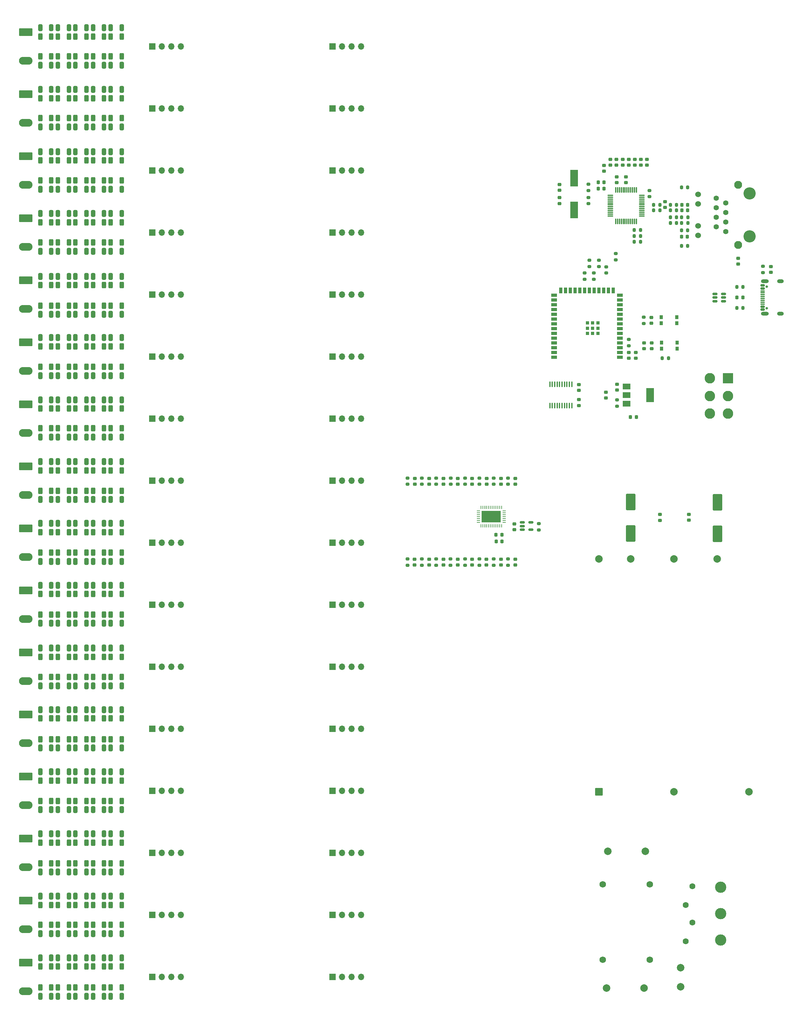
<source format=gbr>
%TF.GenerationSoftware,KiCad,Pcbnew,8.0.8*%
%TF.CreationDate,2025-02-12T13:58:17+01:00*%
%TF.ProjectId,diffprobe-espnow,64696666-7072-46f6-9265-2d6573706e6f,rev?*%
%TF.SameCoordinates,Original*%
%TF.FileFunction,Soldermask,Top*%
%TF.FilePolarity,Negative*%
%FSLAX46Y46*%
G04 Gerber Fmt 4.6, Leading zero omitted, Abs format (unit mm)*
G04 Created by KiCad (PCBNEW 8.0.8) date 2025-02-12 13:58:17*
%MOMM*%
%LPD*%
G01*
G04 APERTURE LIST*
G04 Aperture macros list*
%AMRoundRect*
0 Rectangle with rounded corners*
0 $1 Rounding radius*
0 $2 $3 $4 $5 $6 $7 $8 $9 X,Y pos of 4 corners*
0 Add a 4 corners polygon primitive as box body*
4,1,4,$2,$3,$4,$5,$6,$7,$8,$9,$2,$3,0*
0 Add four circle primitives for the rounded corners*
1,1,$1+$1,$2,$3*
1,1,$1+$1,$4,$5*
1,1,$1+$1,$6,$7*
1,1,$1+$1,$8,$9*
0 Add four rect primitives between the rounded corners*
20,1,$1+$1,$2,$3,$4,$5,0*
20,1,$1+$1,$4,$5,$6,$7,0*
20,1,$1+$1,$6,$7,$8,$9,0*
20,1,$1+$1,$8,$9,$2,$3,0*%
G04 Aperture macros list end*
%ADD10RoundRect,0.250000X-0.325000X-0.650000X0.325000X-0.650000X0.325000X0.650000X-0.325000X0.650000X0*%
%ADD11C,3.251200*%
%ADD12C,1.397000*%
%ADD13C,1.524000*%
%ADD14C,2.108200*%
%ADD15RoundRect,0.250000X-0.312500X-0.625000X0.312500X-0.625000X0.312500X0.625000X-0.312500X0.625000X0*%
%ADD16RoundRect,0.225000X-0.225000X-0.250000X0.225000X-0.250000X0.225000X0.250000X-0.225000X0.250000X0*%
%ADD17RoundRect,0.200000X-0.200000X-0.275000X0.200000X-0.275000X0.200000X0.275000X-0.200000X0.275000X0*%
%ADD18R,1.700000X1.700000*%
%ADD19O,1.700000X1.700000*%
%ADD20RoundRect,0.250001X-1.549999X0.799999X-1.549999X-0.799999X1.549999X-0.799999X1.549999X0.799999X0*%
%ADD21O,3.600000X2.100000*%
%ADD22RoundRect,0.225000X-0.250000X0.225000X-0.250000X-0.225000X0.250000X-0.225000X0.250000X0.225000X0*%
%ADD23RoundRect,0.218750X-0.218750X-0.256250X0.218750X-0.256250X0.218750X0.256250X-0.218750X0.256250X0*%
%ADD24RoundRect,0.200000X-0.275000X0.200000X-0.275000X-0.200000X0.275000X-0.200000X0.275000X0.200000X0*%
%ADD25RoundRect,0.200000X0.275000X-0.200000X0.275000X0.200000X-0.275000X0.200000X-0.275000X-0.200000X0*%
%ADD26RoundRect,0.225000X0.250000X-0.225000X0.250000X0.225000X-0.250000X0.225000X-0.250000X-0.225000X0*%
%ADD27RoundRect,0.200000X0.200000X0.275000X-0.200000X0.275000X-0.200000X-0.275000X0.200000X-0.275000X0*%
%ADD28RoundRect,0.075000X0.662500X0.075000X-0.662500X0.075000X-0.662500X-0.075000X0.662500X-0.075000X0*%
%ADD29RoundRect,0.075000X0.075000X0.662500X-0.075000X0.662500X-0.075000X-0.662500X0.075000X-0.662500X0*%
%ADD30C,0.650000*%
%ADD31RoundRect,0.150000X0.425000X-0.150000X0.425000X0.150000X-0.425000X0.150000X-0.425000X-0.150000X0*%
%ADD32RoundRect,0.075000X0.500000X-0.075000X0.500000X0.075000X-0.500000X0.075000X-0.500000X-0.075000X0*%
%ADD33O,2.100000X1.000000*%
%ADD34O,1.800000X1.000000*%
%ADD35R,2.800000X2.800000*%
%ADD36C,2.800000*%
%ADD37C,2.000000*%
%ADD38R,0.900000X1.000000*%
%ADD39R,1.500000X0.900000*%
%ADD40R,0.900000X1.500000*%
%ADD41R,0.900000X0.900000*%
%ADD42RoundRect,0.218750X-0.256250X0.218750X-0.256250X-0.218750X0.256250X-0.218750X0.256250X0.218750X0*%
%ADD43C,3.000000*%
%ADD44RoundRect,0.250000X1.000000X-1.950000X1.000000X1.950000X-1.000000X1.950000X-1.000000X-1.950000X0*%
%ADD45C,1.750000*%
%ADD46C,1.600000*%
%ADD47RoundRect,0.250000X-1.000000X1.950000X-1.000000X-1.950000X1.000000X-1.950000X1.000000X1.950000X0*%
%ADD48R,2.000000X4.500000*%
%ADD49RoundRect,0.100000X-0.100000X0.637500X-0.100000X-0.637500X0.100000X-0.637500X0.100000X0.637500X0*%
%ADD50RoundRect,0.102000X0.900000X-0.900000X0.900000X0.900000X-0.900000X0.900000X-0.900000X-0.900000X0*%
%ADD51C,2.004000*%
%ADD52RoundRect,0.150000X-0.512500X-0.150000X0.512500X-0.150000X0.512500X0.150000X-0.512500X0.150000X0*%
%ADD53RoundRect,0.062500X-0.062500X0.375000X-0.062500X-0.375000X0.062500X-0.375000X0.062500X0.375000X0*%
%ADD54RoundRect,0.062500X-0.375000X0.062500X-0.375000X-0.062500X0.375000X-0.062500X0.375000X0.062500X0*%
%ADD55R,5.150000X3.150000*%
%ADD56RoundRect,0.218750X0.256250X-0.218750X0.256250X0.218750X-0.256250X0.218750X-0.256250X-0.218750X0*%
%ADD57R,2.000000X1.500000*%
%ADD58R,2.000000X3.800000*%
G04 APERTURE END LIST*
D10*
%TO.C,C588*%
X98250000Y-213600000D03*
X101200000Y-213600000D03*
%TD*%
D11*
%TO.C,J12*%
X277837200Y-127095450D03*
X277837200Y-115665450D03*
D12*
X268947200Y-116935450D03*
X271487200Y-118205450D03*
X268947200Y-119475450D03*
X271487200Y-120745450D03*
X268947200Y-122015450D03*
X271487200Y-123285450D03*
X268947200Y-124555450D03*
X271487200Y-125825450D03*
D13*
X264121200Y-115919450D03*
X264121200Y-118459450D03*
X264121200Y-124301450D03*
X264121200Y-126841450D03*
D14*
X274789200Y-129381450D03*
X274789200Y-113379450D03*
%TD*%
D10*
%TO.C,C546*%
X88897500Y-147850000D03*
X91847500Y-147850000D03*
%TD*%
D15*
%TO.C,R516*%
X88910000Y-95600000D03*
X91835000Y-95600000D03*
%TD*%
%TO.C,R657*%
X93600000Y-327000000D03*
X96525000Y-327000000D03*
%TD*%
D16*
%TO.C,C106*%
X210295000Y-206540000D03*
X211845000Y-206540000D03*
%TD*%
D10*
%TO.C,C613*%
X98250000Y-253100000D03*
X101200000Y-253100000D03*
%TD*%
D15*
%TO.C,R605*%
X107662500Y-239000000D03*
X110587500Y-239000000D03*
%TD*%
D10*
%TO.C,C640*%
X107650000Y-296300000D03*
X110600000Y-296300000D03*
%TD*%
D15*
%TO.C,R602*%
X93600000Y-239000000D03*
X96525000Y-239000000D03*
%TD*%
D17*
%TO.C,R119*%
X259708000Y-123555500D03*
X261358000Y-123555500D03*
%TD*%
D15*
%TO.C,R587*%
X93600000Y-211250000D03*
X96525000Y-211250000D03*
%TD*%
D18*
%TO.C,J124*%
X166700000Y-258140000D03*
D19*
X169240000Y-258140000D03*
X171780000Y-258140000D03*
X174320000Y-258140000D03*
%TD*%
D10*
%TO.C,C526*%
X88897500Y-114550000D03*
X91847500Y-114550000D03*
%TD*%
D15*
%TO.C,R617*%
X93600000Y-260950000D03*
X96525000Y-260950000D03*
%TD*%
D10*
%TO.C,C521*%
X88897500Y-104550000D03*
X91847500Y-104550000D03*
%TD*%
%TO.C,C615*%
X107650000Y-253100000D03*
X110600000Y-253100000D03*
%TD*%
%TO.C,C635*%
X107650000Y-286150000D03*
X110600000Y-286150000D03*
%TD*%
D15*
%TO.C,R639*%
X102962500Y-293950000D03*
X105887500Y-293950000D03*
%TD*%
%TO.C,R576*%
X88910000Y-194800000D03*
X91835000Y-194800000D03*
%TD*%
%TO.C,R549*%
X102962500Y-145530000D03*
X105887500Y-145530000D03*
%TD*%
D20*
%TO.C,J509*%
X85067500Y-204800000D03*
D21*
X85067500Y-212420000D03*
%TD*%
D10*
%TO.C,C591*%
X88897500Y-219950000D03*
X91847500Y-219950000D03*
%TD*%
D15*
%TO.C,R552*%
X93600000Y-156400000D03*
X96525000Y-156400000D03*
%TD*%
D16*
%TO.C,C105*%
X210300000Y-208300000D03*
X211850000Y-208300000D03*
%TD*%
D10*
%TO.C,C554*%
X102950000Y-154050000D03*
X105900000Y-154050000D03*
%TD*%
D22*
%TO.C,C108*%
X251677999Y-148676000D03*
X251677999Y-150226000D03*
%TD*%
D18*
%TO.C,J116*%
X166700000Y-192100000D03*
D19*
X169240000Y-192100000D03*
X171780000Y-192100000D03*
X174320000Y-192100000D03*
%TD*%
D15*
%TO.C,R659*%
X102962500Y-327000000D03*
X105887500Y-327000000D03*
%TD*%
%TO.C,R633*%
X98262500Y-288500000D03*
X101187500Y-288500000D03*
%TD*%
D10*
%TO.C,C614*%
X102950000Y-253100000D03*
X105900000Y-253100000D03*
%TD*%
%TO.C,C600*%
X107650000Y-230100000D03*
X110600000Y-230100000D03*
%TD*%
%TO.C,C555*%
X107650000Y-154050000D03*
X110600000Y-154050000D03*
%TD*%
D22*
%TO.C,C120*%
X243996671Y-106601000D03*
X243996671Y-108151000D03*
%TD*%
D10*
%TO.C,C622*%
X93587500Y-269600000D03*
X96537500Y-269600000D03*
%TD*%
D15*
%TO.C,R531*%
X88910000Y-123400000D03*
X91835000Y-123400000D03*
%TD*%
D23*
%TO.C,D101*%
X274455500Y-143381000D03*
X276030500Y-143381000D03*
%TD*%
D15*
%TO.C,R590*%
X107662500Y-211250000D03*
X110587500Y-211250000D03*
%TD*%
D22*
%TO.C,C121*%
X242375005Y-106601000D03*
X242375005Y-108151000D03*
%TD*%
D15*
%TO.C,R637*%
X93600000Y-293950000D03*
X96525000Y-293950000D03*
%TD*%
%TO.C,R569*%
X102962500Y-178200000D03*
X105887500Y-178200000D03*
%TD*%
D20*
%TO.C,J504*%
X85067500Y-122250000D03*
D21*
X85067500Y-129870000D03*
%TD*%
D24*
%TO.C,R107*%
X234903000Y-113249000D03*
X234903000Y-114899000D03*
%TD*%
D15*
%TO.C,R595*%
X107662500Y-222300000D03*
X110587500Y-222300000D03*
%TD*%
%TO.C,R640*%
X107662500Y-293950000D03*
X110587500Y-293950000D03*
%TD*%
D10*
%TO.C,C652*%
X93587500Y-319100000D03*
X96537500Y-319100000D03*
%TD*%
%TO.C,C566*%
X88897500Y-180550000D03*
X91847500Y-180550000D03*
%TD*%
D22*
%TO.C,C114*%
X242447200Y-111261000D03*
X242447200Y-112811000D03*
%TD*%
D10*
%TO.C,C536*%
X88897500Y-131100000D03*
X91847500Y-131100000D03*
%TD*%
D15*
%TO.C,R610*%
X107662500Y-244350000D03*
X110587500Y-244350000D03*
%TD*%
%TO.C,R543*%
X98262500Y-140100000D03*
X101187500Y-140100000D03*
%TD*%
D18*
%TO.C,J132*%
X166700000Y-324180000D03*
D19*
X169240000Y-324180000D03*
X171780000Y-324180000D03*
X174320000Y-324180000D03*
%TD*%
D15*
%TO.C,R589*%
X102962500Y-211250000D03*
X105887500Y-211250000D03*
%TD*%
D25*
%TO.C,R206*%
X194376666Y-193100000D03*
X194376666Y-191450000D03*
%TD*%
D18*
%TO.C,J131*%
X118700000Y-324180000D03*
D19*
X121240000Y-324180000D03*
X123780000Y-324180000D03*
X126320000Y-324180000D03*
%TD*%
D10*
%TO.C,C535*%
X107650000Y-121050000D03*
X110600000Y-121050000D03*
%TD*%
D26*
%TO.C,C202*%
X211596663Y-193050000D03*
X211596663Y-191500000D03*
%TD*%
D15*
%TO.C,R574*%
X102962500Y-189400000D03*
X105887500Y-189400000D03*
%TD*%
D25*
%TO.C,R105*%
X249607999Y-150276000D03*
X249607999Y-148626000D03*
%TD*%
D24*
%TO.C,R213*%
X202006664Y-212975000D03*
X202006664Y-214625000D03*
%TD*%
D15*
%TO.C,R634*%
X102962500Y-288500000D03*
X105887500Y-288500000D03*
%TD*%
D10*
%TO.C,C572*%
X93587500Y-187050000D03*
X96537500Y-187050000D03*
%TD*%
D22*
%TO.C,C216*%
X215400000Y-213025000D03*
X215400000Y-214575000D03*
%TD*%
D15*
%TO.C,R528*%
X98262500Y-112200000D03*
X101187500Y-112200000D03*
%TD*%
D10*
%TO.C,C647*%
X93587500Y-312700000D03*
X96537500Y-312700000D03*
%TD*%
%TO.C,C586*%
X88897500Y-213600000D03*
X91847500Y-213600000D03*
%TD*%
%TO.C,C527*%
X93587500Y-114550000D03*
X96537500Y-114550000D03*
%TD*%
%TO.C,C653*%
X98250000Y-319100000D03*
X101200000Y-319100000D03*
%TD*%
%TO.C,C610*%
X107650000Y-246700000D03*
X110600000Y-246700000D03*
%TD*%
D15*
%TO.C,R570*%
X107662500Y-178200000D03*
X110587500Y-178200000D03*
%TD*%
D18*
%TO.C,J117*%
X118700000Y-208610000D03*
D19*
X121240000Y-208610000D03*
X123780000Y-208610000D03*
X126320000Y-208610000D03*
%TD*%
D10*
%TO.C,C564*%
X102950000Y-170600000D03*
X105900000Y-170600000D03*
%TD*%
%TO.C,C649*%
X102950000Y-312700000D03*
X105900000Y-312700000D03*
%TD*%
%TO.C,C581*%
X88897500Y-203500000D03*
X91847500Y-203500000D03*
%TD*%
%TO.C,C578*%
X98250000Y-197150000D03*
X101200000Y-197150000D03*
%TD*%
%TO.C,C568*%
X98250000Y-180550000D03*
X101200000Y-180550000D03*
%TD*%
D15*
%TO.C,R598*%
X98262500Y-227750000D03*
X101187500Y-227750000D03*
%TD*%
D10*
%TO.C,C625*%
X107650000Y-269600000D03*
X110600000Y-269600000D03*
%TD*%
D15*
%TO.C,R612*%
X93600000Y-255400000D03*
X96525000Y-255400000D03*
%TD*%
D18*
%TO.C,J112*%
X166700000Y-159080000D03*
D19*
X169240000Y-159080000D03*
X171780000Y-159080000D03*
X174320000Y-159080000D03*
%TD*%
D26*
%TO.C,C206*%
X196289999Y-193050000D03*
X196289999Y-191500000D03*
%TD*%
D10*
%TO.C,C655*%
X107650000Y-319100000D03*
X110600000Y-319100000D03*
%TD*%
%TO.C,C562*%
X93587500Y-170600000D03*
X96537500Y-170600000D03*
%TD*%
D15*
%TO.C,R556*%
X88910000Y-161800000D03*
X91835000Y-161800000D03*
%TD*%
%TO.C,R585*%
X107662500Y-205850000D03*
X110587500Y-205850000D03*
%TD*%
D22*
%TO.C,C122*%
X240753335Y-106601000D03*
X240753335Y-108151000D03*
%TD*%
D18*
%TO.C,J122*%
X166700000Y-241630000D03*
D19*
X169240000Y-241630000D03*
X171780000Y-241630000D03*
X174320000Y-241630000D03*
%TD*%
D18*
%TO.C,J105*%
X118700000Y-109550000D03*
D19*
X121240000Y-109550000D03*
X123780000Y-109550000D03*
X126320000Y-109550000D03*
%TD*%
D15*
%TO.C,R555*%
X107662500Y-156400000D03*
X110587500Y-156400000D03*
%TD*%
D25*
%TO.C,R207*%
X190550000Y-193100000D03*
X190550000Y-191450000D03*
%TD*%
D20*
%TO.C,J503*%
X85067500Y-105740000D03*
D21*
X85067500Y-113360000D03*
%TD*%
D15*
%TO.C,R540*%
X107662500Y-128750000D03*
X110587500Y-128750000D03*
%TD*%
D10*
%TO.C,C524*%
X102950000Y-104550000D03*
X105900000Y-104550000D03*
%TD*%
D15*
%TO.C,R575*%
X107662500Y-189400000D03*
X110587500Y-189400000D03*
%TD*%
D17*
%TO.C,R114*%
X256733000Y-122055500D03*
X258383000Y-122055500D03*
%TD*%
D27*
%TO.C,R123*%
X261308000Y-114036000D03*
X259658000Y-114036000D03*
%TD*%
D10*
%TO.C,C542*%
X93587500Y-137750000D03*
X96537500Y-137750000D03*
%TD*%
D15*
%TO.C,R553*%
X98262500Y-156400000D03*
X101187500Y-156400000D03*
%TD*%
%TO.C,R594*%
X102962500Y-222300000D03*
X105887500Y-222300000D03*
%TD*%
D28*
%TO.C,U103*%
X249082505Y-121681000D03*
X249082505Y-121181000D03*
X249082505Y-120681000D03*
X249082505Y-120181000D03*
X249082505Y-119681000D03*
X249082505Y-119181000D03*
X249082505Y-118681000D03*
X249082505Y-118181000D03*
X249082505Y-117681000D03*
X249082505Y-117181000D03*
X249082505Y-116681000D03*
X249082505Y-116181000D03*
D29*
X247670005Y-114768500D03*
X247170005Y-114768500D03*
X246670005Y-114768500D03*
X246170005Y-114768500D03*
X245670005Y-114768500D03*
X245170005Y-114768500D03*
X244670005Y-114768500D03*
X244170005Y-114768500D03*
X243670005Y-114768500D03*
X243170005Y-114768500D03*
X242670005Y-114768500D03*
X242170005Y-114768500D03*
D28*
X240757505Y-116181000D03*
X240757505Y-116681000D03*
X240757505Y-117181000D03*
X240757505Y-117681000D03*
X240757505Y-118181000D03*
X240757505Y-118681000D03*
X240757505Y-119181000D03*
X240757505Y-119681000D03*
X240757505Y-120181000D03*
X240757505Y-120681000D03*
X240757505Y-121181000D03*
X240757505Y-121681000D03*
D29*
X242170005Y-123093500D03*
X242670005Y-123093500D03*
X243170005Y-123093500D03*
X243670005Y-123093500D03*
X244170005Y-123093500D03*
X244670005Y-123093500D03*
X245170005Y-123093500D03*
X245670005Y-123093500D03*
X246170005Y-123093500D03*
X246670005Y-123093500D03*
X247170005Y-123093500D03*
X247670005Y-123093500D03*
%TD*%
D22*
%TO.C,C211*%
X196266665Y-213025000D03*
X196266665Y-214575000D03*
%TD*%
D10*
%TO.C,C631*%
X88897500Y-286150000D03*
X91847500Y-286150000D03*
%TD*%
D15*
%TO.C,R643*%
X98262500Y-305050000D03*
X101187500Y-305050000D03*
%TD*%
%TO.C,R523*%
X98262500Y-106900000D03*
X101187500Y-106900000D03*
%TD*%
D10*
%TO.C,C590*%
X107650000Y-213600000D03*
X110600000Y-213600000D03*
%TD*%
%TO.C,C651*%
X88897500Y-319100000D03*
X91847500Y-319100000D03*
%TD*%
D15*
%TO.C,R578*%
X98262500Y-194800000D03*
X101187500Y-194800000D03*
%TD*%
D18*
%TO.C,J129*%
X118700000Y-307670000D03*
D19*
X121240000Y-307670000D03*
X123780000Y-307670000D03*
X126320000Y-307670000D03*
%TD*%
D10*
%TO.C,C633*%
X98250000Y-286150000D03*
X101200000Y-286150000D03*
%TD*%
%TO.C,C534*%
X102950000Y-121050000D03*
X105900000Y-121050000D03*
%TD*%
D26*
%TO.C,C201*%
X215423334Y-193050000D03*
X215423334Y-191500000D03*
%TD*%
D15*
%TO.C,R519*%
X102962500Y-95600000D03*
X105887500Y-95600000D03*
%TD*%
D30*
%TO.C,J11*%
X282378000Y-146271000D03*
X282378000Y-140491000D03*
D31*
X281303000Y-146581000D03*
X281303000Y-145781000D03*
D32*
X281303000Y-144631000D03*
X281303000Y-143631000D03*
X281303000Y-143131000D03*
X281303000Y-142131000D03*
D31*
X281303000Y-140981000D03*
X281303000Y-140181000D03*
X281303000Y-140181000D03*
X281303000Y-140981000D03*
D32*
X281303000Y-141631000D03*
X281303000Y-142631000D03*
X281303000Y-144131000D03*
X281303000Y-145131000D03*
D31*
X281303000Y-145781000D03*
X281303000Y-146581000D03*
D33*
X281878000Y-147701000D03*
D34*
X286058000Y-147701000D03*
D33*
X281878000Y-139061000D03*
D34*
X286058000Y-139061000D03*
%TD*%
D35*
%TO.C,SW103*%
X272043000Y-164886000D03*
D36*
X272043000Y-169586000D03*
X272043000Y-174286000D03*
X267213000Y-164886000D03*
X267213000Y-169586000D03*
X267213000Y-174286000D03*
%TD*%
D25*
%TO.C,R220*%
X235108000Y-135111000D03*
X235108000Y-133461000D03*
%TD*%
D10*
%TO.C,C514*%
X102950000Y-87950000D03*
X105900000Y-87950000D03*
%TD*%
D37*
%TO.C,C302*%
X240083000Y-290806500D03*
X250083000Y-290806500D03*
%TD*%
D15*
%TO.C,R616*%
X88910000Y-260950000D03*
X91835000Y-260950000D03*
%TD*%
D38*
%TO.C,SW102*%
X254297999Y-148651000D03*
X258397999Y-148651000D03*
X254297999Y-150251000D03*
X258397999Y-150251000D03*
%TD*%
D15*
%TO.C,R517*%
X93600000Y-95600000D03*
X96525000Y-95600000D03*
%TD*%
D10*
%TO.C,C620*%
X107647500Y-263230000D03*
X110597500Y-263230000D03*
%TD*%
D15*
%TO.C,R615*%
X107662500Y-255400000D03*
X110587500Y-255400000D03*
%TD*%
D18*
%TO.C,J118*%
X166700000Y-208610000D03*
D19*
X169240000Y-208610000D03*
X171780000Y-208610000D03*
X174320000Y-208610000D03*
%TD*%
D15*
%TO.C,R582*%
X93600000Y-205850000D03*
X96525000Y-205850000D03*
%TD*%
D10*
%TO.C,C582*%
X93587500Y-203500000D03*
X96537500Y-203500000D03*
%TD*%
D15*
%TO.C,R521*%
X88910000Y-106900000D03*
X91835000Y-106900000D03*
%TD*%
D39*
%TO.C,U101*%
X243253000Y-159266000D03*
X243253000Y-157996000D03*
X243253000Y-156726000D03*
X243253000Y-155456000D03*
X243253000Y-154186000D03*
X243253000Y-152916000D03*
X243253000Y-151646000D03*
X243253000Y-150376000D03*
X243253000Y-149106000D03*
X243253000Y-147836000D03*
X243253000Y-146566000D03*
X243253000Y-145296000D03*
X243253000Y-144026000D03*
X243253000Y-142756000D03*
D40*
X241488000Y-141506000D03*
X240218000Y-141506000D03*
X238948000Y-141506000D03*
X237678000Y-141506000D03*
X236408000Y-141506000D03*
X235138000Y-141506000D03*
X233868000Y-141506000D03*
X232598000Y-141506000D03*
X231328000Y-141506000D03*
X230058000Y-141506000D03*
X228788000Y-141506000D03*
X227518000Y-141506000D03*
D39*
X225753000Y-142756000D03*
X225753000Y-144026000D03*
X225753000Y-145296000D03*
X225753000Y-146566000D03*
X225753000Y-147836000D03*
X225753000Y-149106000D03*
X225753000Y-150376000D03*
X225753000Y-151646000D03*
X225753000Y-152916000D03*
X225753000Y-154186000D03*
X225753000Y-155456000D03*
X225753000Y-156726000D03*
X225753000Y-157996000D03*
X225753000Y-159266000D03*
D41*
X237403000Y-152946000D03*
X237403000Y-151546000D03*
X237403000Y-150146000D03*
X236003000Y-152946000D03*
X236003000Y-151546000D03*
X236003000Y-150146000D03*
X234603000Y-152946000D03*
X234603000Y-151546000D03*
X234603000Y-150146000D03*
%TD*%
D10*
%TO.C,C587*%
X93587500Y-213600000D03*
X96537500Y-213600000D03*
%TD*%
D17*
%TO.C,R118*%
X259658000Y-125536000D03*
X261308000Y-125536000D03*
%TD*%
%TO.C,R115*%
X252283000Y-118686000D03*
X253933000Y-118686000D03*
%TD*%
D16*
%TO.C,C113*%
X237520005Y-114381000D03*
X239070005Y-114381000D03*
%TD*%
D10*
%TO.C,C660*%
X107650000Y-329350000D03*
X110600000Y-329350000D03*
%TD*%
D20*
%TO.C,J505*%
X85067500Y-138760000D03*
D21*
X85067500Y-146380000D03*
%TD*%
D15*
%TO.C,R646*%
X88910000Y-310350000D03*
X91835000Y-310350000D03*
%TD*%
D10*
%TO.C,C553*%
X98250000Y-154050000D03*
X101200000Y-154050000D03*
%TD*%
D27*
%TO.C,R122*%
X261308000Y-129636000D03*
X259658000Y-129636000D03*
%TD*%
D15*
%TO.C,R518*%
X98262500Y-95600000D03*
X101187500Y-95600000D03*
%TD*%
D10*
%TO.C,C629*%
X102950000Y-279700000D03*
X105900000Y-279700000D03*
%TD*%
%TO.C,C543*%
X98250000Y-137750000D03*
X101200000Y-137750000D03*
%TD*%
%TO.C,C531*%
X88897500Y-121050000D03*
X91847500Y-121050000D03*
%TD*%
D15*
%TO.C,R507*%
X93600000Y-79150000D03*
X96525000Y-79150000D03*
%TD*%
%TO.C,R537*%
X93600000Y-128750000D03*
X96525000Y-128750000D03*
%TD*%
%TO.C,R638*%
X98262500Y-293950000D03*
X101187500Y-293950000D03*
%TD*%
D10*
%TO.C,C646*%
X88897500Y-312700000D03*
X91847500Y-312700000D03*
%TD*%
%TO.C,C537*%
X93587500Y-131100000D03*
X96537500Y-131100000D03*
%TD*%
D15*
%TO.C,R524*%
X102962500Y-106900000D03*
X105887500Y-106900000D03*
%TD*%
D10*
%TO.C,C604*%
X102950000Y-236650000D03*
X105900000Y-236650000D03*
%TD*%
D25*
%TO.C,R219*%
X237703000Y-135111000D03*
X237703000Y-133461000D03*
%TD*%
D15*
%TO.C,R560*%
X107662500Y-161800000D03*
X110587500Y-161800000D03*
%TD*%
D22*
%TO.C,C212*%
X200093331Y-213025000D03*
X200093331Y-214575000D03*
%TD*%
D27*
%TO.C,R120*%
X258383000Y-118686000D03*
X256733000Y-118686000D03*
%TD*%
D24*
%TO.C,R106*%
X242493000Y-170638500D03*
X242493000Y-172288500D03*
%TD*%
D26*
%TO.C,C305*%
X253903000Y-202676500D03*
X253903000Y-201126500D03*
%TD*%
D25*
%TO.C,R223*%
X239623000Y-136881000D03*
X239623000Y-135231000D03*
%TD*%
D15*
%TO.C,R641*%
X88910000Y-305050000D03*
X91835000Y-305050000D03*
%TD*%
D26*
%TO.C,C111*%
X227203000Y-118349000D03*
X227203000Y-116799000D03*
%TD*%
D10*
%TO.C,C540*%
X107650000Y-131100000D03*
X110600000Y-131100000D03*
%TD*%
D15*
%TO.C,R592*%
X93600000Y-222300000D03*
X96525000Y-222300000D03*
%TD*%
D22*
%TO.C,C217*%
X232333000Y-170561000D03*
X232333000Y-172111000D03*
%TD*%
D10*
%TO.C,C577*%
X93587500Y-197150000D03*
X96537500Y-197150000D03*
%TD*%
D22*
%TO.C,C116*%
X250483335Y-106601000D03*
X250483335Y-108151000D03*
%TD*%
D10*
%TO.C,C549*%
X102950000Y-147850000D03*
X105900000Y-147850000D03*
%TD*%
D22*
%TO.C,C214*%
X207746663Y-213025000D03*
X207746663Y-214575000D03*
%TD*%
D10*
%TO.C,C538*%
X98250000Y-131100000D03*
X101200000Y-131100000D03*
%TD*%
%TO.C,C529*%
X102950000Y-114550000D03*
X105900000Y-114550000D03*
%TD*%
%TO.C,C551*%
X88897500Y-154050000D03*
X91847500Y-154050000D03*
%TD*%
D15*
%TO.C,R654*%
X102962500Y-321450000D03*
X105887500Y-321450000D03*
%TD*%
%TO.C,R631*%
X88910000Y-288500000D03*
X91835000Y-288500000D03*
%TD*%
D24*
%TO.C,R108*%
X234903000Y-116749000D03*
X234903000Y-118399000D03*
%TD*%
D10*
%TO.C,C592*%
X93587500Y-219950000D03*
X96537500Y-219950000D03*
%TD*%
D22*
%TO.C,C213*%
X203919997Y-213025000D03*
X203919997Y-214575000D03*
%TD*%
D15*
%TO.C,R504*%
X102962500Y-73920000D03*
X105887500Y-73920000D03*
%TD*%
%TO.C,R565*%
X107662500Y-172950000D03*
X110587500Y-172950000D03*
%TD*%
D20*
%TO.C,J510*%
X85067500Y-221310000D03*
D21*
X85067500Y-228930000D03*
%TD*%
D10*
%TO.C,C638*%
X98250000Y-296300000D03*
X101200000Y-296300000D03*
%TD*%
D15*
%TO.C,R514*%
X102962500Y-90350000D03*
X105887500Y-90350000D03*
%TD*%
%TO.C,R550*%
X107662500Y-145530000D03*
X110587500Y-145530000D03*
%TD*%
D10*
%TO.C,C560*%
X107650000Y-164150000D03*
X110600000Y-164150000D03*
%TD*%
%TO.C,C627*%
X93587500Y-279700000D03*
X96537500Y-279700000D03*
%TD*%
D22*
%TO.C,C104*%
X245647999Y-157996000D03*
X245647999Y-159546000D03*
%TD*%
D15*
%TO.C,R601*%
X88910000Y-239000000D03*
X91835000Y-239000000D03*
%TD*%
D27*
%TO.C,R104*%
X276048000Y-146186000D03*
X274398000Y-146186000D03*
%TD*%
D22*
%TO.C,C210*%
X192439999Y-213025000D03*
X192439999Y-214575000D03*
%TD*%
%TO.C,C209*%
X188613333Y-213025000D03*
X188613333Y-214575000D03*
%TD*%
D26*
%TO.C,C110*%
X227203000Y-114849000D03*
X227203000Y-113299000D03*
%TD*%
D10*
%TO.C,C576*%
X88897500Y-197150000D03*
X91847500Y-197150000D03*
%TD*%
%TO.C,C502*%
X93587500Y-71550000D03*
X96537500Y-71550000D03*
%TD*%
%TO.C,C563*%
X98250000Y-170600000D03*
X101200000Y-170600000D03*
%TD*%
D18*
%TO.C,J108*%
X166700000Y-126060000D03*
D19*
X169240000Y-126060000D03*
X171780000Y-126060000D03*
X174320000Y-126060000D03*
%TD*%
D15*
%TO.C,R649*%
X102962500Y-310350000D03*
X105887500Y-310350000D03*
%TD*%
D10*
%TO.C,C593*%
X98250000Y-219950000D03*
X101200000Y-219950000D03*
%TD*%
%TO.C,C552*%
X93587500Y-154050000D03*
X96537500Y-154050000D03*
%TD*%
%TO.C,C511*%
X88897500Y-87950000D03*
X91847500Y-87950000D03*
%TD*%
D25*
%TO.C,R210*%
X190526666Y-214625000D03*
X190526666Y-212975000D03*
%TD*%
D10*
%TO.C,C626*%
X88897500Y-279700000D03*
X91847500Y-279700000D03*
%TD*%
%TO.C,C523*%
X98250000Y-104550000D03*
X101200000Y-104550000D03*
%TD*%
D22*
%TO.C,C117*%
X248861669Y-106601000D03*
X248861669Y-108151000D03*
%TD*%
D10*
%TO.C,C619*%
X102947500Y-263230000D03*
X105897500Y-263230000D03*
%TD*%
D15*
%TO.C,R522*%
X93600000Y-106900000D03*
X96525000Y-106900000D03*
%TD*%
D16*
%TO.C,C123*%
X259708000Y-127220750D03*
X261258000Y-127220750D03*
%TD*%
D15*
%TO.C,R545*%
X107662500Y-140100000D03*
X110587500Y-140100000D03*
%TD*%
%TO.C,R581*%
X88910000Y-205850000D03*
X91835000Y-205850000D03*
%TD*%
%TO.C,R619*%
X102962500Y-260950000D03*
X105887500Y-260950000D03*
%TD*%
%TO.C,R632*%
X93600000Y-288500000D03*
X96525000Y-288500000D03*
%TD*%
D10*
%TO.C,C632*%
X93587500Y-286150000D03*
X96537500Y-286150000D03*
%TD*%
%TO.C,C545*%
X107650000Y-137750000D03*
X110600000Y-137750000D03*
%TD*%
D26*
%TO.C,C102*%
X249692999Y-156981000D03*
X249692999Y-155431000D03*
%TD*%
D10*
%TO.C,C559*%
X102950000Y-164150000D03*
X105900000Y-164150000D03*
%TD*%
D15*
%TO.C,R520*%
X107662500Y-95600000D03*
X110587500Y-95600000D03*
%TD*%
D24*
%TO.C,R215*%
X209659996Y-212975000D03*
X209659996Y-214625000D03*
%TD*%
D15*
%TO.C,R660*%
X107662500Y-327000000D03*
X110587500Y-327000000D03*
%TD*%
%TO.C,R635*%
X107662500Y-288500000D03*
X110587500Y-288500000D03*
%TD*%
D10*
%TO.C,C602*%
X93587500Y-236650000D03*
X96537500Y-236650000D03*
%TD*%
%TO.C,C595*%
X107650000Y-219950000D03*
X110600000Y-219950000D03*
%TD*%
D26*
%TO.C,C207*%
X192463333Y-193050000D03*
X192463333Y-191500000D03*
%TD*%
D20*
%TO.C,J507*%
X85067500Y-171780000D03*
D21*
X85067500Y-179400000D03*
%TD*%
D17*
%TO.C,R113*%
X252283000Y-120186000D03*
X253933000Y-120186000D03*
%TD*%
D10*
%TO.C,C525*%
X107650000Y-104550000D03*
X110600000Y-104550000D03*
%TD*%
D15*
%TO.C,R535*%
X107662500Y-123400000D03*
X110587500Y-123400000D03*
%TD*%
%TO.C,R611*%
X88910000Y-255400000D03*
X91835000Y-255400000D03*
%TD*%
%TO.C,R648*%
X98262500Y-310350000D03*
X101187500Y-310350000D03*
%TD*%
%TO.C,R606*%
X88910000Y-244350000D03*
X91835000Y-244350000D03*
%TD*%
D10*
%TO.C,C507*%
X93587500Y-81550000D03*
X96537500Y-81550000D03*
%TD*%
D42*
%TO.C,D102*%
X239573000Y-168566000D03*
X239573000Y-170141000D03*
%TD*%
D15*
%TO.C,R596*%
X88910000Y-227750000D03*
X91835000Y-227750000D03*
%TD*%
D43*
%TO.C,J54*%
X270083000Y-314366500D03*
%TD*%
D15*
%TO.C,R534*%
X102962500Y-123400000D03*
X105887500Y-123400000D03*
%TD*%
D10*
%TO.C,C561*%
X88897500Y-170600000D03*
X91847500Y-170600000D03*
%TD*%
D15*
%TO.C,R541*%
X88910000Y-140100000D03*
X91835000Y-140100000D03*
%TD*%
D10*
%TO.C,C641*%
X88897500Y-302700000D03*
X91847500Y-302700000D03*
%TD*%
%TO.C,C599*%
X102950000Y-230100000D03*
X105900000Y-230100000D03*
%TD*%
D15*
%TO.C,R505*%
X107662500Y-73920000D03*
X110587500Y-73920000D03*
%TD*%
%TO.C,R642*%
X93600000Y-305050000D03*
X96525000Y-305050000D03*
%TD*%
D18*
%TO.C,J123*%
X118700000Y-258140000D03*
D19*
X121240000Y-258140000D03*
X123780000Y-258140000D03*
X126320000Y-258140000D03*
%TD*%
D26*
%TO.C,C127*%
X274789200Y-134461000D03*
X274789200Y-132911000D03*
%TD*%
D15*
%TO.C,R502*%
X93600000Y-73920000D03*
X96525000Y-73920000D03*
%TD*%
D10*
%TO.C,C583*%
X98250000Y-203500000D03*
X101200000Y-203500000D03*
%TD*%
D15*
%TO.C,R530*%
X107662500Y-112200000D03*
X110587500Y-112200000D03*
%TD*%
%TO.C,R644*%
X102962500Y-305050000D03*
X105887500Y-305050000D03*
%TD*%
D10*
%TO.C,C659*%
X102950000Y-329350000D03*
X105900000Y-329350000D03*
%TD*%
%TO.C,C624*%
X102950000Y-269600000D03*
X105900000Y-269600000D03*
%TD*%
D15*
%TO.C,R546*%
X88910000Y-145530000D03*
X91835000Y-145530000D03*
%TD*%
D20*
%TO.C,J512*%
X85067500Y-254330000D03*
D21*
X85067500Y-261950000D03*
%TD*%
D37*
%TO.C,F1*%
X259483000Y-321766500D03*
X259483000Y-326846500D03*
%TD*%
D10*
%TO.C,C510*%
X107650000Y-81550000D03*
X110600000Y-81550000D03*
%TD*%
D27*
%TO.C,R103*%
X276048000Y-140536000D03*
X274398000Y-140536000D03*
%TD*%
D10*
%TO.C,C571*%
X88897500Y-187050000D03*
X91847500Y-187050000D03*
%TD*%
%TO.C,C522*%
X93587500Y-104550000D03*
X96537500Y-104550000D03*
%TD*%
D15*
%TO.C,R566*%
X88910000Y-178200000D03*
X91835000Y-178200000D03*
%TD*%
D18*
%TO.C,J128*%
X166700000Y-291160000D03*
D19*
X169240000Y-291160000D03*
X171780000Y-291160000D03*
X174320000Y-291160000D03*
%TD*%
D20*
%TO.C,J508*%
X85067500Y-188290000D03*
D21*
X85067500Y-195910000D03*
%TD*%
D18*
%TO.C,J106*%
X166700000Y-109550000D03*
D19*
X169240000Y-109550000D03*
X171780000Y-109550000D03*
X174320000Y-109550000D03*
%TD*%
D15*
%TO.C,R630*%
X107662500Y-277350000D03*
X110587500Y-277350000D03*
%TD*%
D17*
%TO.C,R101*%
X254552999Y-159566000D03*
X256202999Y-159566000D03*
%TD*%
D10*
%TO.C,C594*%
X102950000Y-219950000D03*
X105900000Y-219950000D03*
%TD*%
D18*
%TO.C,J103*%
X118700000Y-93040000D03*
D19*
X121240000Y-93040000D03*
X123780000Y-93040000D03*
X126320000Y-93040000D03*
%TD*%
D15*
%TO.C,R658*%
X98262500Y-327000000D03*
X101187500Y-327000000D03*
%TD*%
%TO.C,R529*%
X102962500Y-112200000D03*
X105887500Y-112200000D03*
%TD*%
D37*
%TO.C,C301*%
X239733000Y-327156500D03*
X249733000Y-327156500D03*
%TD*%
D44*
%TO.C,C304*%
X269233000Y-206305000D03*
X269233000Y-197905000D03*
%TD*%
D10*
%TO.C,C628*%
X98250000Y-279700000D03*
X101200000Y-279700000D03*
%TD*%
D15*
%TO.C,R627*%
X93600000Y-277350000D03*
X96525000Y-277350000D03*
%TD*%
%TO.C,R597*%
X93600000Y-227750000D03*
X96525000Y-227750000D03*
%TD*%
D10*
%TO.C,C512*%
X93587500Y-87950000D03*
X96537500Y-87950000D03*
%TD*%
D18*
%TO.C,J113*%
X118700000Y-175590000D03*
D19*
X121240000Y-175590000D03*
X123780000Y-175590000D03*
X126320000Y-175590000D03*
%TD*%
D10*
%TO.C,C658*%
X98250000Y-329350000D03*
X101200000Y-329350000D03*
%TD*%
D25*
%TO.C,R204*%
X202029998Y-193100000D03*
X202029998Y-191450000D03*
%TD*%
D10*
%TO.C,C603*%
X98250000Y-236650000D03*
X101200000Y-236650000D03*
%TD*%
D27*
%TO.C,R109*%
X248772200Y-128576000D03*
X247122200Y-128576000D03*
%TD*%
D10*
%TO.C,C636*%
X88897500Y-296300000D03*
X91847500Y-296300000D03*
%TD*%
D22*
%TO.C,C103*%
X247533000Y-157986000D03*
X247533000Y-159536000D03*
%TD*%
D45*
%TO.C,FL1*%
X251233000Y-299606500D03*
X251233000Y-319606500D03*
X238733000Y-299606500D03*
X238733000Y-319606500D03*
%TD*%
D10*
%TO.C,C618*%
X98247500Y-263230000D03*
X101197500Y-263230000D03*
%TD*%
%TO.C,C518*%
X98250000Y-97950000D03*
X101200000Y-97950000D03*
%TD*%
D15*
%TO.C,R593*%
X98262500Y-222300000D03*
X101187500Y-222300000D03*
%TD*%
D17*
%TO.C,R117*%
X259708000Y-122055500D03*
X261358000Y-122055500D03*
%TD*%
D10*
%TO.C,C574*%
X102950000Y-187050000D03*
X105900000Y-187050000D03*
%TD*%
D15*
%TO.C,R599*%
X102962500Y-227750000D03*
X105887500Y-227750000D03*
%TD*%
D24*
%TO.C,R102*%
X245647999Y-154541000D03*
X245647999Y-156191000D03*
%TD*%
D15*
%TO.C,R588*%
X98262500Y-211250000D03*
X101187500Y-211250000D03*
%TD*%
D18*
%TO.C,J119*%
X118700000Y-225120000D03*
D19*
X121240000Y-225120000D03*
X123780000Y-225120000D03*
X126320000Y-225120000D03*
%TD*%
D15*
%TO.C,R544*%
X102962500Y-140100000D03*
X105887500Y-140100000D03*
%TD*%
%TO.C,R557*%
X93600000Y-161800000D03*
X96525000Y-161800000D03*
%TD*%
D10*
%TO.C,C516*%
X88897500Y-97950000D03*
X91847500Y-97950000D03*
%TD*%
%TO.C,C607*%
X93587500Y-246700000D03*
X96537500Y-246700000D03*
%TD*%
D15*
%TO.C,R577*%
X93600000Y-194800000D03*
X96525000Y-194800000D03*
%TD*%
%TO.C,R600*%
X107662500Y-227750000D03*
X110587500Y-227750000D03*
%TD*%
%TO.C,R609*%
X102962500Y-244350000D03*
X105887500Y-244350000D03*
%TD*%
D18*
%TO.C,J107*%
X118700000Y-126060000D03*
D19*
X121240000Y-126060000D03*
X123780000Y-126060000D03*
X126320000Y-126060000D03*
%TD*%
D15*
%TO.C,R510*%
X107662500Y-79150000D03*
X110587500Y-79150000D03*
%TD*%
D10*
%TO.C,C506*%
X88897500Y-81550000D03*
X91847500Y-81550000D03*
%TD*%
D25*
%TO.C,R205*%
X198203332Y-193100000D03*
X198203332Y-191450000D03*
%TD*%
D15*
%TO.C,R513*%
X98262500Y-90350000D03*
X101187500Y-90350000D03*
%TD*%
%TO.C,R625*%
X107662500Y-271950000D03*
X110587500Y-271950000D03*
%TD*%
D27*
%TO.C,R111*%
X248772200Y-125436000D03*
X247122200Y-125436000D03*
%TD*%
D15*
%TO.C,R564*%
X102962500Y-172950000D03*
X105887500Y-172950000D03*
%TD*%
%TO.C,R628*%
X98262500Y-277350000D03*
X101187500Y-277350000D03*
%TD*%
D18*
%TO.C,J114*%
X166700000Y-175590000D03*
D19*
X169240000Y-175590000D03*
X171780000Y-175590000D03*
X174320000Y-175590000D03*
%TD*%
D15*
%TO.C,R655*%
X107662500Y-321450000D03*
X110587500Y-321450000D03*
%TD*%
D25*
%TO.C,R222*%
X236373000Y-138501000D03*
X236373000Y-136851000D03*
%TD*%
D15*
%TO.C,R562*%
X93600000Y-172950000D03*
X96525000Y-172950000D03*
%TD*%
D17*
%TO.C,R112*%
X256733000Y-123555500D03*
X258383000Y-123555500D03*
%TD*%
D10*
%TO.C,C501*%
X88897500Y-71550000D03*
X91847500Y-71550000D03*
%TD*%
%TO.C,C609*%
X102950000Y-246700000D03*
X105900000Y-246700000D03*
%TD*%
D46*
%TO.C,RV2*%
X262583000Y-300106500D03*
X260783000Y-305106500D03*
%TD*%
D27*
%TO.C,R121*%
X258383000Y-120186000D03*
X256733000Y-120186000D03*
%TD*%
D16*
%TO.C,C126*%
X259758000Y-120186000D03*
X261308000Y-120186000D03*
%TD*%
D18*
%TO.C,J130*%
X166700000Y-307670000D03*
D19*
X169240000Y-307670000D03*
X171780000Y-307670000D03*
X174320000Y-307670000D03*
%TD*%
D10*
%TO.C,C558*%
X98250000Y-164150000D03*
X101200000Y-164150000D03*
%TD*%
%TO.C,C548*%
X98250000Y-147850000D03*
X101200000Y-147850000D03*
%TD*%
D47*
%TO.C,C306*%
X246173000Y-197766500D03*
X246173000Y-206166500D03*
%TD*%
D15*
%TO.C,R591*%
X88910000Y-222300000D03*
X91835000Y-222300000D03*
%TD*%
D48*
%TO.C,Y101*%
X231053000Y-111574000D03*
X231053000Y-120074000D03*
%TD*%
D10*
%TO.C,C532*%
X93587500Y-121050000D03*
X96537500Y-121050000D03*
%TD*%
D15*
%TO.C,R629*%
X102962500Y-277350000D03*
X105887500Y-277350000D03*
%TD*%
D10*
%TO.C,C584*%
X102950000Y-203500000D03*
X105900000Y-203500000D03*
%TD*%
D49*
%TO.C,U107*%
X230458000Y-166461000D03*
X229808000Y-166461000D03*
X229158000Y-166461000D03*
X228508000Y-166461000D03*
X227858000Y-166461000D03*
X227208000Y-166461000D03*
X226558000Y-166461000D03*
X225908000Y-166461000D03*
X225258000Y-166461000D03*
X224608000Y-166461000D03*
X224608000Y-172186000D03*
X225258000Y-172186000D03*
X225908000Y-172186000D03*
X226558000Y-172186000D03*
X227208000Y-172186000D03*
X227858000Y-172186000D03*
X228508000Y-172186000D03*
X229158000Y-172186000D03*
X229808000Y-172186000D03*
X230458000Y-172186000D03*
%TD*%
D10*
%TO.C,C612*%
X93587500Y-253100000D03*
X96537500Y-253100000D03*
%TD*%
D24*
%TO.C,R214*%
X205833330Y-212975000D03*
X205833330Y-214625000D03*
%TD*%
D15*
%TO.C,R508*%
X98262500Y-79150000D03*
X101187500Y-79150000D03*
%TD*%
D10*
%TO.C,C648*%
X98250000Y-312700000D03*
X101200000Y-312700000D03*
%TD*%
D18*
%TO.C,J111*%
X118700000Y-159080000D03*
D19*
X121240000Y-159080000D03*
X123780000Y-159080000D03*
X126320000Y-159080000D03*
%TD*%
D15*
%TO.C,R608*%
X98262500Y-244350000D03*
X101187500Y-244350000D03*
%TD*%
%TO.C,R623*%
X98262500Y-271950000D03*
X101187500Y-271950000D03*
%TD*%
D43*
%TO.C,J56*%
X270083000Y-307366500D03*
%TD*%
D25*
%TO.C,R203*%
X205856664Y-193100000D03*
X205856664Y-191450000D03*
%TD*%
D10*
%TO.C,C557*%
X93587500Y-164150000D03*
X96537500Y-164150000D03*
%TD*%
D15*
%TO.C,R650*%
X107662500Y-310350000D03*
X110587500Y-310350000D03*
%TD*%
D22*
%TO.C,C219*%
X283493000Y-135136000D03*
X283493000Y-136686000D03*
%TD*%
D20*
%TO.C,J506*%
X85067500Y-155270000D03*
D21*
X85067500Y-162890000D03*
%TD*%
D10*
%TO.C,C596*%
X88897500Y-230100000D03*
X91847500Y-230100000D03*
%TD*%
%TO.C,C520*%
X107650000Y-97950000D03*
X110600000Y-97950000D03*
%TD*%
D15*
%TO.C,R561*%
X88910000Y-172950000D03*
X91835000Y-172950000D03*
%TD*%
D50*
%TO.C,PS1*%
X237683000Y-274955000D03*
D51*
X257683000Y-274955000D03*
X277683000Y-274955000D03*
X237683000Y-212955000D03*
X246183000Y-212955000D03*
X257683000Y-212955000D03*
X269183000Y-212955000D03*
%TD*%
D10*
%TO.C,C517*%
X93587500Y-97950000D03*
X96537500Y-97950000D03*
%TD*%
D15*
%TO.C,R653*%
X98262500Y-321450000D03*
X101187500Y-321450000D03*
%TD*%
%TO.C,R618*%
X98262500Y-260950000D03*
X101187500Y-260950000D03*
%TD*%
D10*
%TO.C,C519*%
X102950000Y-97950000D03*
X105900000Y-97950000D03*
%TD*%
D15*
%TO.C,R547*%
X93600000Y-145530000D03*
X96525000Y-145530000D03*
%TD*%
D16*
%TO.C,C112*%
X237520005Y-112671000D03*
X239070005Y-112671000D03*
%TD*%
D15*
%TO.C,R586*%
X88910000Y-211250000D03*
X91835000Y-211250000D03*
%TD*%
D25*
%TO.C,R116*%
X251133000Y-116561000D03*
X251133000Y-114911000D03*
%TD*%
D26*
%TO.C,C303*%
X261663000Y-202621500D03*
X261663000Y-201071500D03*
%TD*%
D15*
%TO.C,R559*%
X102962500Y-161800000D03*
X105887500Y-161800000D03*
%TD*%
D20*
%TO.C,J516*%
X85067500Y-320370000D03*
D21*
X85067500Y-327990000D03*
%TD*%
D25*
%TO.C,R212*%
X198179998Y-214625000D03*
X198179998Y-212975000D03*
%TD*%
%TO.C,R201*%
X213509996Y-193100000D03*
X213509996Y-191450000D03*
%TD*%
D18*
%TO.C,J110*%
X166700000Y-142570000D03*
D19*
X169240000Y-142570000D03*
X171780000Y-142570000D03*
X174320000Y-142570000D03*
%TD*%
D22*
%TO.C,C118*%
X247240003Y-106601000D03*
X247240003Y-108151000D03*
%TD*%
D10*
%TO.C,C528*%
X98250000Y-114550000D03*
X101200000Y-114550000D03*
%TD*%
D15*
%TO.C,R636*%
X88910000Y-293950000D03*
X91835000Y-293950000D03*
%TD*%
D10*
%TO.C,C505*%
X107650000Y-71550000D03*
X110600000Y-71550000D03*
%TD*%
D15*
%TO.C,R651*%
X88910000Y-321450000D03*
X91835000Y-321450000D03*
%TD*%
D10*
%TO.C,C579*%
X102950000Y-197150000D03*
X105900000Y-197150000D03*
%TD*%
D15*
%TO.C,R583*%
X98262500Y-205850000D03*
X101187500Y-205850000D03*
%TD*%
%TO.C,R515*%
X107662500Y-90350000D03*
X110587500Y-90350000D03*
%TD*%
D10*
%TO.C,C598*%
X98250000Y-230100000D03*
X101200000Y-230100000D03*
%TD*%
D15*
%TO.C,R538*%
X98262500Y-128750000D03*
X101187500Y-128750000D03*
%TD*%
D10*
%TO.C,C503*%
X98250000Y-71550000D03*
X101200000Y-71550000D03*
%TD*%
%TO.C,C567*%
X93587500Y-180550000D03*
X96537500Y-180550000D03*
%TD*%
%TO.C,C608*%
X98250000Y-246700000D03*
X101200000Y-246700000D03*
%TD*%
%TO.C,C611*%
X88897500Y-253100000D03*
X91847500Y-253100000D03*
%TD*%
D24*
%TO.C,R216*%
X213486664Y-212975000D03*
X213486664Y-214625000D03*
%TD*%
D43*
%TO.C,J55*%
X270083000Y-300366500D03*
%TD*%
D10*
%TO.C,C654*%
X102950000Y-319100000D03*
X105900000Y-319100000D03*
%TD*%
D15*
%TO.C,R647*%
X93600000Y-310350000D03*
X96525000Y-310350000D03*
%TD*%
D25*
%TO.C,R202*%
X209683330Y-193100000D03*
X209683330Y-191450000D03*
%TD*%
D26*
%TO.C,C205*%
X200116665Y-193050000D03*
X200116665Y-191500000D03*
%TD*%
D10*
%TO.C,C605*%
X107650000Y-236650000D03*
X110600000Y-236650000D03*
%TD*%
%TO.C,C513*%
X98250000Y-87950000D03*
X101200000Y-87950000D03*
%TD*%
D15*
%TO.C,R503*%
X98262500Y-73920000D03*
X101187500Y-73920000D03*
%TD*%
D10*
%TO.C,C617*%
X93585000Y-263230000D03*
X96535000Y-263230000D03*
%TD*%
D26*
%TO.C,C203*%
X207769997Y-193050000D03*
X207769997Y-191500000D03*
%TD*%
D15*
%TO.C,R572*%
X93600000Y-189400000D03*
X96525000Y-189400000D03*
%TD*%
D10*
%TO.C,C643*%
X98250000Y-302700000D03*
X101200000Y-302700000D03*
%TD*%
D26*
%TO.C,C101*%
X251762999Y-156981000D03*
X251762999Y-155431000D03*
%TD*%
D15*
%TO.C,R501*%
X88910000Y-73920000D03*
X91835000Y-73920000D03*
%TD*%
D10*
%TO.C,C616*%
X88895000Y-263230000D03*
X91845000Y-263230000D03*
%TD*%
D22*
%TO.C,C119*%
X245618337Y-106601000D03*
X245618337Y-108151000D03*
%TD*%
D25*
%TO.C,R208*%
X186723334Y-193100000D03*
X186723334Y-191450000D03*
%TD*%
D10*
%TO.C,C565*%
X107650000Y-170600000D03*
X110600000Y-170600000D03*
%TD*%
%TO.C,C642*%
X93587500Y-302700000D03*
X96537500Y-302700000D03*
%TD*%
D15*
%TO.C,R539*%
X102962500Y-128750000D03*
X105887500Y-128750000D03*
%TD*%
%TO.C,R652*%
X93600000Y-321450000D03*
X96525000Y-321450000D03*
%TD*%
D52*
%TO.C,U105*%
X268585500Y-142441000D03*
X268585500Y-143391000D03*
X268585500Y-144341000D03*
X270860500Y-144341000D03*
X270860500Y-143391000D03*
X270860500Y-142441000D03*
%TD*%
D10*
%TO.C,C637*%
X93587500Y-296300000D03*
X96537500Y-296300000D03*
%TD*%
D22*
%TO.C,C215*%
X211573329Y-213025000D03*
X211573329Y-214575000D03*
%TD*%
D25*
%TO.C,R211*%
X194353332Y-214625000D03*
X194353332Y-212975000D03*
%TD*%
D15*
%TO.C,R624*%
X102962500Y-271950000D03*
X105887500Y-271950000D03*
%TD*%
D27*
%TO.C,R110*%
X248772200Y-126986000D03*
X247122200Y-126986000D03*
%TD*%
D53*
%TO.C,U102*%
X211750000Y-199262500D03*
X211250000Y-199262500D03*
X210750000Y-199262500D03*
X210250000Y-199262500D03*
X209750000Y-199262500D03*
X209250000Y-199262500D03*
X208750000Y-199262500D03*
X208250000Y-199262500D03*
X207750000Y-199262500D03*
X207250000Y-199262500D03*
X206750000Y-199262500D03*
X206250000Y-199262500D03*
D54*
X205562500Y-200200000D03*
X205562500Y-200700000D03*
X205562500Y-201200000D03*
X205562500Y-201700000D03*
X205562500Y-202200000D03*
X205562500Y-202700000D03*
X205562500Y-203200000D03*
D53*
X206250000Y-204137500D03*
X206750000Y-204137500D03*
X207250000Y-204137500D03*
X207750000Y-204137500D03*
X208250000Y-204137500D03*
X208750000Y-204137500D03*
X209250000Y-204137500D03*
X209750000Y-204137500D03*
X210250000Y-204137500D03*
X210750000Y-204137500D03*
X211250000Y-204137500D03*
X211750000Y-204137500D03*
D54*
X212437500Y-203200000D03*
X212437500Y-202700000D03*
X212437500Y-202200000D03*
X212437500Y-201700000D03*
X212437500Y-201200000D03*
X212437500Y-200700000D03*
X212437500Y-200200000D03*
D55*
X209000000Y-201700000D03*
%TD*%
D15*
%TO.C,R622*%
X93600000Y-271950000D03*
X96525000Y-271950000D03*
%TD*%
D18*
%TO.C,J101*%
X118700000Y-76530000D03*
D19*
X121240000Y-76530000D03*
X123780000Y-76530000D03*
X126320000Y-76530000D03*
%TD*%
D18*
%TO.C,J121*%
X118700000Y-241630000D03*
D19*
X121240000Y-241630000D03*
X123780000Y-241630000D03*
X126320000Y-241630000D03*
%TD*%
D15*
%TO.C,R558*%
X98262500Y-161800000D03*
X101187500Y-161800000D03*
%TD*%
D18*
%TO.C,J109*%
X118700000Y-142570000D03*
D19*
X121240000Y-142570000D03*
X123780000Y-142570000D03*
X126320000Y-142570000D03*
%TD*%
D15*
%TO.C,R603*%
X98262500Y-239000000D03*
X101187500Y-239000000D03*
%TD*%
D10*
%TO.C,C589*%
X102950000Y-213600000D03*
X105900000Y-213600000D03*
%TD*%
%TO.C,C606*%
X88897500Y-246700000D03*
X91847500Y-246700000D03*
%TD*%
%TO.C,C533*%
X98250000Y-121050000D03*
X101200000Y-121050000D03*
%TD*%
D15*
%TO.C,R512*%
X93600000Y-90350000D03*
X96525000Y-90350000D03*
%TD*%
%TO.C,R506*%
X88910000Y-79150000D03*
X91835000Y-79150000D03*
%TD*%
D10*
%TO.C,C634*%
X102950000Y-286150000D03*
X105900000Y-286150000D03*
%TD*%
D18*
%TO.C,J115*%
X118700000Y-192100000D03*
D19*
X121240000Y-192100000D03*
X123780000Y-192100000D03*
X126320000Y-192100000D03*
%TD*%
D15*
%TO.C,R571*%
X88910000Y-189400000D03*
X91835000Y-189400000D03*
%TD*%
D16*
%TO.C,C107*%
X246108000Y-175236000D03*
X247658000Y-175236000D03*
%TD*%
D18*
%TO.C,J120*%
X166700000Y-225120000D03*
D19*
X169240000Y-225120000D03*
X171780000Y-225120000D03*
X174320000Y-225120000D03*
%TD*%
D10*
%TO.C,C573*%
X98250000Y-187050000D03*
X101200000Y-187050000D03*
%TD*%
%TO.C,C575*%
X107650000Y-187050000D03*
X110600000Y-187050000D03*
%TD*%
D18*
%TO.C,J102*%
X166700000Y-76530000D03*
D19*
X169240000Y-76530000D03*
X171780000Y-76530000D03*
X174320000Y-76530000D03*
%TD*%
D10*
%TO.C,C550*%
X107650000Y-147850000D03*
X110600000Y-147850000D03*
%TD*%
D15*
%TO.C,R563*%
X98262500Y-172950000D03*
X101187500Y-172950000D03*
%TD*%
%TO.C,R573*%
X98262500Y-189400000D03*
X101187500Y-189400000D03*
%TD*%
D10*
%TO.C,C585*%
X107650000Y-203500000D03*
X110600000Y-203500000D03*
%TD*%
%TO.C,C645*%
X107650000Y-302700000D03*
X110600000Y-302700000D03*
%TD*%
%TO.C,C547*%
X93587500Y-147850000D03*
X96537500Y-147850000D03*
%TD*%
D20*
%TO.C,J513*%
X85067500Y-270840000D03*
D21*
X85067500Y-278460000D03*
%TD*%
D10*
%TO.C,C657*%
X93587500Y-329350000D03*
X96537500Y-329350000D03*
%TD*%
D24*
%TO.C,R217*%
X221650000Y-203575000D03*
X221650000Y-205225000D03*
%TD*%
D15*
%TO.C,R584*%
X102962500Y-205850000D03*
X105887500Y-205850000D03*
%TD*%
D10*
%TO.C,C601*%
X88897500Y-236650000D03*
X91847500Y-236650000D03*
%TD*%
%TO.C,C621*%
X88897500Y-269600000D03*
X91847500Y-269600000D03*
%TD*%
D15*
%TO.C,R511*%
X88910000Y-90350000D03*
X91835000Y-90350000D03*
%TD*%
D25*
%TO.C,R218*%
X281383000Y-136736000D03*
X281383000Y-135086000D03*
%TD*%
D10*
%TO.C,C630*%
X107650000Y-279700000D03*
X110600000Y-279700000D03*
%TD*%
D26*
%TO.C,C204*%
X203943331Y-193050000D03*
X203943331Y-191500000D03*
%TD*%
D15*
%TO.C,R620*%
X107662500Y-260950000D03*
X110587500Y-260950000D03*
%TD*%
%TO.C,R656*%
X88910000Y-327000000D03*
X91835000Y-327000000D03*
%TD*%
D10*
%TO.C,C539*%
X102950000Y-131100000D03*
X105900000Y-131100000D03*
%TD*%
D22*
%TO.C,C115*%
X244897200Y-111261000D03*
X244897200Y-112811000D03*
%TD*%
D10*
%TO.C,C556*%
X88897500Y-164150000D03*
X91847500Y-164150000D03*
%TD*%
%TO.C,C580*%
X107650000Y-197150000D03*
X110600000Y-197150000D03*
%TD*%
D20*
%TO.C,J502*%
X85067500Y-89230000D03*
D21*
X85067500Y-96850000D03*
%TD*%
D15*
%TO.C,R526*%
X88910000Y-112200000D03*
X91835000Y-112200000D03*
%TD*%
%TO.C,R613*%
X98262500Y-255400000D03*
X101187500Y-255400000D03*
%TD*%
D10*
%TO.C,C541*%
X88897500Y-137750000D03*
X91847500Y-137750000D03*
%TD*%
D15*
%TO.C,R533*%
X98262500Y-123400000D03*
X101187500Y-123400000D03*
%TD*%
D26*
%TO.C,C208*%
X188636667Y-193050000D03*
X188636667Y-191500000D03*
%TD*%
D15*
%TO.C,R604*%
X102962500Y-239000000D03*
X105887500Y-239000000D03*
%TD*%
D26*
%TO.C,C223*%
X215200000Y-205175000D03*
X215200000Y-203625000D03*
%TD*%
D15*
%TO.C,R532*%
X93600000Y-123400000D03*
X96525000Y-123400000D03*
%TD*%
D18*
%TO.C,J104*%
X166700000Y-93040000D03*
D19*
X169240000Y-93040000D03*
X171780000Y-93040000D03*
X174320000Y-93040000D03*
%TD*%
D10*
%TO.C,C544*%
X102950000Y-137750000D03*
X105900000Y-137750000D03*
%TD*%
D16*
%TO.C,C125*%
X259758000Y-118686000D03*
X261308000Y-118686000D03*
%TD*%
D15*
%TO.C,R542*%
X93600000Y-140100000D03*
X96525000Y-140100000D03*
%TD*%
%TO.C,R607*%
X93600000Y-244350000D03*
X96525000Y-244350000D03*
%TD*%
D52*
%TO.C,U106*%
X217262500Y-203250000D03*
X217262500Y-204200000D03*
X217262500Y-205150000D03*
X219537500Y-205150000D03*
X219537500Y-203250000D03*
%TD*%
D15*
%TO.C,R567*%
X93600000Y-178200000D03*
X96525000Y-178200000D03*
%TD*%
D56*
%TO.C,L101*%
X239028335Y-109776000D03*
X239028335Y-108201000D03*
%TD*%
D25*
%TO.C,R209*%
X186700000Y-214625000D03*
X186700000Y-212975000D03*
%TD*%
D26*
%TO.C,C109*%
X242493000Y-167988500D03*
X242493000Y-166438500D03*
%TD*%
D15*
%TO.C,R645*%
X107662500Y-305050000D03*
X110587500Y-305050000D03*
%TD*%
D10*
%TO.C,C656*%
X88897500Y-329350000D03*
X91847500Y-329350000D03*
%TD*%
D15*
%TO.C,R509*%
X102962500Y-79150000D03*
X105887500Y-79150000D03*
%TD*%
D38*
%TO.C,SW101*%
X254382999Y-155406000D03*
X258482999Y-155406000D03*
X254382999Y-157006000D03*
X258482999Y-157006000D03*
%TD*%
D20*
%TO.C,J514*%
X85067500Y-287350000D03*
D21*
X85067500Y-294970000D03*
%TD*%
D18*
%TO.C,J127*%
X118700000Y-291160000D03*
D19*
X121240000Y-291160000D03*
X123780000Y-291160000D03*
X126320000Y-291160000D03*
%TD*%
D10*
%TO.C,C508*%
X98250000Y-81550000D03*
X101200000Y-81550000D03*
%TD*%
D15*
%TO.C,R614*%
X102962500Y-255400000D03*
X105887500Y-255400000D03*
%TD*%
%TO.C,R568*%
X98262500Y-178200000D03*
X101187500Y-178200000D03*
%TD*%
%TO.C,R579*%
X102962500Y-194800000D03*
X105887500Y-194800000D03*
%TD*%
D10*
%TO.C,C504*%
X102950000Y-71550000D03*
X105900000Y-71550000D03*
%TD*%
D20*
%TO.C,J501*%
X85067500Y-72720000D03*
D21*
X85067500Y-80340000D03*
%TD*%
D25*
%TO.C,R224*%
X242163000Y-133331000D03*
X242163000Y-131681000D03*
%TD*%
D46*
%TO.C,RV1*%
X260783000Y-314706500D03*
X262583000Y-309706500D03*
%TD*%
D10*
%TO.C,C644*%
X102950000Y-302700000D03*
X105900000Y-302700000D03*
%TD*%
D22*
%TO.C,C218*%
X232333000Y-166561000D03*
X232333000Y-168111000D03*
%TD*%
D15*
%TO.C,R626*%
X88910000Y-277350000D03*
X91835000Y-277350000D03*
%TD*%
D10*
%TO.C,C509*%
X102950000Y-81550000D03*
X105900000Y-81550000D03*
%TD*%
D15*
%TO.C,R527*%
X93600000Y-112200000D03*
X96525000Y-112200000D03*
%TD*%
D25*
%TO.C,R221*%
X233843000Y-138501000D03*
X233843000Y-136851000D03*
%TD*%
D22*
%TO.C,C124*%
X255333000Y-117861000D03*
X255333000Y-119411000D03*
%TD*%
D10*
%TO.C,C623*%
X98250000Y-269600000D03*
X101200000Y-269600000D03*
%TD*%
D15*
%TO.C,R548*%
X98262500Y-145530000D03*
X101187500Y-145530000D03*
%TD*%
D18*
%TO.C,J126*%
X166700000Y-274650000D03*
D19*
X169240000Y-274650000D03*
X171780000Y-274650000D03*
X174320000Y-274650000D03*
%TD*%
D10*
%TO.C,C639*%
X102950000Y-296300000D03*
X105900000Y-296300000D03*
%TD*%
D15*
%TO.C,R621*%
X88910000Y-271950000D03*
X91835000Y-271950000D03*
%TD*%
D10*
%TO.C,C569*%
X102950000Y-180550000D03*
X105900000Y-180550000D03*
%TD*%
%TO.C,C530*%
X107650000Y-114550000D03*
X110600000Y-114550000D03*
%TD*%
D15*
%TO.C,R554*%
X102962500Y-156400000D03*
X105887500Y-156400000D03*
%TD*%
D10*
%TO.C,C570*%
X107650000Y-180550000D03*
X110600000Y-180550000D03*
%TD*%
D15*
%TO.C,R536*%
X88910000Y-128750000D03*
X91835000Y-128750000D03*
%TD*%
%TO.C,R551*%
X88910000Y-156400000D03*
X91835000Y-156400000D03*
%TD*%
%TO.C,R525*%
X107662500Y-106900000D03*
X110587500Y-106900000D03*
%TD*%
D20*
%TO.C,J515*%
X85067500Y-303860000D03*
D21*
X85067500Y-311480000D03*
%TD*%
D15*
%TO.C,R580*%
X107662500Y-194800000D03*
X110587500Y-194800000D03*
%TD*%
D57*
%TO.C,U104*%
X245033000Y-167036000D03*
X245033000Y-169336000D03*
D58*
X251333000Y-169336000D03*
D57*
X245033000Y-171636000D03*
%TD*%
D10*
%TO.C,C650*%
X107650000Y-312700000D03*
X110600000Y-312700000D03*
%TD*%
D18*
%TO.C,J125*%
X118700000Y-274650000D03*
D19*
X121240000Y-274650000D03*
X123780000Y-274650000D03*
X126320000Y-274650000D03*
%TD*%
D10*
%TO.C,C515*%
X107650000Y-87950000D03*
X110600000Y-87950000D03*
%TD*%
D20*
%TO.C,J511*%
X85067500Y-237820000D03*
D21*
X85067500Y-245440000D03*
%TD*%
D10*
%TO.C,C597*%
X93587500Y-230100000D03*
X96537500Y-230100000D03*
%TD*%
M02*

</source>
